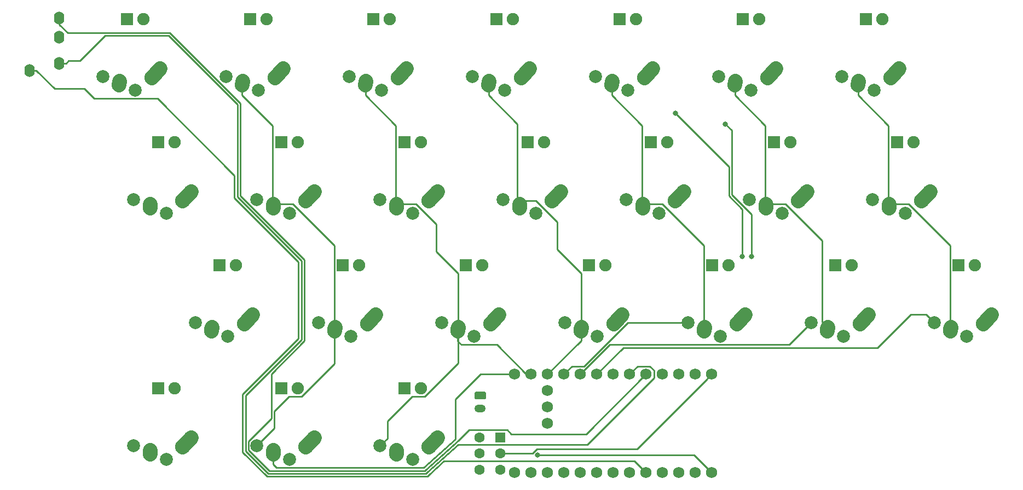
<source format=gtl>
G04 #@! TF.GenerationSoftware,KiCad,Pcbnew,(5.1.4)-1*
G04 #@! TF.CreationDate,2021-01-05T09:43:52-08:00*
G04 #@! TF.ProjectId,andante-classic,616e6461-6e74-4652-9d63-6c6173736963,rev?*
G04 #@! TF.SameCoordinates,Original*
G04 #@! TF.FileFunction,Copper,L1,Top*
G04 #@! TF.FilePolarity,Positive*
%FSLAX46Y46*%
G04 Gerber Fmt 4.6, Leading zero omitted, Abs format (unit mm)*
G04 Created by KiCad (PCBNEW (5.1.4)-1) date 2021-01-05 09:43:52*
%MOMM*%
%LPD*%
G04 APERTURE LIST*
%ADD10R,1.905000X1.905000*%
%ADD11C,1.905000*%
%ADD12C,2.000000*%
%ADD13C,2.250000*%
%ADD14C,2.250000*%
%ADD15O,1.750000X1.200000*%
%ADD16C,0.100000*%
%ADD17C,1.200000*%
%ADD18C,1.752600*%
%ADD19O,1.600000X2.000000*%
%ADD20C,1.600000*%
%ADD21R,1.600000X1.600000*%
%ADD22C,0.800000*%
%ADD23C,0.250000*%
G04 APERTURE END LIST*
D10*
X240426875Y-61595000D03*
D11*
X242966875Y-61595000D03*
D12*
X241696875Y-72575000D03*
X236696875Y-70475000D03*
D13*
X244196875Y-70675000D03*
X244851880Y-69945004D03*
D14*
X245506875Y-69215000D02*
X244196885Y-70675008D01*
D13*
X239156875Y-71755000D03*
X239177104Y-71465016D03*
D14*
X239196875Y-71175000D02*
X239157333Y-71755032D01*
D10*
X259476875Y-61595000D03*
D11*
X262016875Y-61595000D03*
D12*
X260746875Y-72575000D03*
X255746875Y-70475000D03*
D13*
X263246875Y-70675000D03*
X263901880Y-69945004D03*
D14*
X264556875Y-69215000D02*
X263246885Y-70675008D01*
D13*
X258206875Y-71755000D03*
X258227104Y-71465016D03*
D14*
X258246875Y-71175000D02*
X258207333Y-71755032D01*
D10*
X202326875Y-61595000D03*
D11*
X204866875Y-61595000D03*
D12*
X203596875Y-72575000D03*
X198596875Y-70475000D03*
D13*
X206096875Y-70675000D03*
X206751880Y-69945004D03*
D14*
X207406875Y-69215000D02*
X206096885Y-70675008D01*
D13*
X201056875Y-71755000D03*
X201077104Y-71465016D03*
D14*
X201096875Y-71175000D02*
X201057333Y-71755032D01*
D10*
X207089375Y-23495000D03*
D11*
X209629375Y-23495000D03*
D12*
X208359375Y-34475000D03*
X203359375Y-32375000D03*
D13*
X210859375Y-32575000D03*
X211514380Y-31845004D03*
D14*
X212169375Y-31115000D02*
X210859385Y-32575008D01*
D13*
X205819375Y-33655000D03*
X205839604Y-33365016D03*
D14*
X205859375Y-33075000D02*
X205819833Y-33655032D01*
D10*
X188039375Y-23495000D03*
D11*
X190579375Y-23495000D03*
D12*
X189309375Y-34475000D03*
X184309375Y-32375000D03*
D13*
X191809375Y-32575000D03*
X192464380Y-31845004D03*
D14*
X193119375Y-31115000D02*
X191809385Y-32575008D01*
D13*
X186769375Y-33655000D03*
X186789604Y-33365016D03*
D14*
X186809375Y-33075000D02*
X186769833Y-33655032D01*
D10*
X288051875Y-42545000D03*
D11*
X290591875Y-42545000D03*
D12*
X289321875Y-53525000D03*
X284321875Y-51425000D03*
D13*
X291821875Y-51625000D03*
X292476880Y-50895004D03*
D14*
X293131875Y-50165000D02*
X291821885Y-51625008D01*
D13*
X286781875Y-52705000D03*
X286802104Y-52415016D03*
D14*
X286821875Y-52125000D02*
X286782333Y-52705032D01*
D10*
X230901875Y-42545000D03*
D11*
X233441875Y-42545000D03*
D12*
X232171875Y-53525000D03*
X227171875Y-51425000D03*
D13*
X234671875Y-51625000D03*
X235326880Y-50895004D03*
D14*
X235981875Y-50165000D02*
X234671885Y-51625008D01*
D13*
X229631875Y-52705000D03*
X229652104Y-52415016D03*
D14*
X229671875Y-52125000D02*
X229632333Y-52705032D01*
D10*
X269001875Y-42545000D03*
D11*
X271541875Y-42545000D03*
D12*
X270271875Y-53525000D03*
X265271875Y-51425000D03*
D13*
X272771875Y-51625000D03*
X273426880Y-50895004D03*
D14*
X274081875Y-50165000D02*
X272771885Y-51625008D01*
D13*
X267731875Y-52705000D03*
X267752104Y-52415016D03*
D14*
X267771875Y-52125000D02*
X267732333Y-52705032D01*
D10*
X211851875Y-42545000D03*
D11*
X214391875Y-42545000D03*
D12*
X213121875Y-53525000D03*
X208121875Y-51425000D03*
D13*
X215621875Y-51625000D03*
X216276880Y-50895004D03*
D14*
X216931875Y-50165000D02*
X215621885Y-51625008D01*
D13*
X210581875Y-52705000D03*
X210602104Y-52415016D03*
D14*
X210621875Y-52125000D02*
X210582333Y-52705032D01*
D15*
X223610000Y-83760000D03*
D16*
G36*
X224259505Y-81161204D02*
G01*
X224283773Y-81164804D01*
X224307572Y-81170765D01*
X224330671Y-81179030D01*
X224352850Y-81189520D01*
X224373893Y-81202132D01*
X224393599Y-81216747D01*
X224411777Y-81233223D01*
X224428253Y-81251401D01*
X224442868Y-81271107D01*
X224455480Y-81292150D01*
X224465970Y-81314329D01*
X224474235Y-81337428D01*
X224480196Y-81361227D01*
X224483796Y-81385495D01*
X224485000Y-81409999D01*
X224485000Y-82110001D01*
X224483796Y-82134505D01*
X224480196Y-82158773D01*
X224474235Y-82182572D01*
X224465970Y-82205671D01*
X224455480Y-82227850D01*
X224442868Y-82248893D01*
X224428253Y-82268599D01*
X224411777Y-82286777D01*
X224393599Y-82303253D01*
X224373893Y-82317868D01*
X224352850Y-82330480D01*
X224330671Y-82340970D01*
X224307572Y-82349235D01*
X224283773Y-82355196D01*
X224259505Y-82358796D01*
X224235001Y-82360000D01*
X222984999Y-82360000D01*
X222960495Y-82358796D01*
X222936227Y-82355196D01*
X222912428Y-82349235D01*
X222889329Y-82340970D01*
X222867150Y-82330480D01*
X222846107Y-82317868D01*
X222826401Y-82303253D01*
X222808223Y-82286777D01*
X222791747Y-82268599D01*
X222777132Y-82248893D01*
X222764520Y-82227850D01*
X222754030Y-82205671D01*
X222745765Y-82182572D01*
X222739804Y-82158773D01*
X222736204Y-82134505D01*
X222735000Y-82110001D01*
X222735000Y-81409999D01*
X222736204Y-81385495D01*
X222739804Y-81361227D01*
X222745765Y-81337428D01*
X222754030Y-81314329D01*
X222764520Y-81292150D01*
X222777132Y-81271107D01*
X222791747Y-81251401D01*
X222808223Y-81233223D01*
X222826401Y-81216747D01*
X222846107Y-81202132D01*
X222867150Y-81189520D01*
X222889329Y-81179030D01*
X222912428Y-81170765D01*
X222936227Y-81164804D01*
X222960495Y-81161204D01*
X222984999Y-81160000D01*
X224235001Y-81160000D01*
X224259505Y-81161204D01*
X224259505Y-81161204D01*
G37*
D17*
X223610000Y-81760000D03*
D10*
X283289375Y-23495000D03*
D11*
X285829375Y-23495000D03*
D12*
X284559375Y-34475000D03*
X279559375Y-32375000D03*
D13*
X287059375Y-32575000D03*
X287714380Y-31845004D03*
D14*
X288369375Y-31115000D02*
X287059385Y-32575008D01*
D13*
X282019375Y-33655000D03*
X282039604Y-33365016D03*
D14*
X282059375Y-33075000D02*
X282019833Y-33655032D01*
D10*
X264239375Y-23495000D03*
D11*
X266779375Y-23495000D03*
D12*
X265509375Y-34475000D03*
X260509375Y-32375000D03*
D13*
X268009375Y-32575000D03*
X268664380Y-31845004D03*
D14*
X269319375Y-31115000D02*
X268009385Y-32575008D01*
D13*
X262969375Y-33655000D03*
X262989604Y-33365016D03*
D14*
X263009375Y-33075000D02*
X262969833Y-33655032D01*
D10*
X245189375Y-23495000D03*
D11*
X247729375Y-23495000D03*
D12*
X246459375Y-34475000D03*
X241459375Y-32375000D03*
D13*
X248959375Y-32575000D03*
X249614380Y-31845004D03*
D14*
X250269375Y-31115000D02*
X248959385Y-32575008D01*
D13*
X243919375Y-33655000D03*
X243939604Y-33365016D03*
D14*
X243959375Y-33075000D02*
X243919833Y-33655032D01*
D10*
X226139375Y-23495000D03*
D11*
X228679375Y-23495000D03*
D12*
X227409375Y-34475000D03*
X222409375Y-32375000D03*
D13*
X229909375Y-32575000D03*
X230564380Y-31845004D03*
D14*
X231219375Y-31115000D02*
X229909385Y-32575008D01*
D13*
X224869375Y-33655000D03*
X224889604Y-33365016D03*
D14*
X224909375Y-33075000D02*
X224869833Y-33655032D01*
D10*
X249951875Y-42545000D03*
D11*
X252491875Y-42545000D03*
D12*
X251221875Y-53525000D03*
X246221875Y-51425000D03*
D13*
X253721875Y-51625000D03*
X254376880Y-50895004D03*
D14*
X255031875Y-50165000D02*
X253721885Y-51625008D01*
D13*
X248681875Y-52705000D03*
X248702104Y-52415016D03*
D14*
X248721875Y-52125000D02*
X248682333Y-52705032D01*
D10*
X221376875Y-61595000D03*
D11*
X223916875Y-61595000D03*
D12*
X222646875Y-72575000D03*
X217646875Y-70475000D03*
D13*
X225146875Y-70675000D03*
X225801880Y-69945004D03*
D14*
X226456875Y-69215000D02*
X225146885Y-70675008D01*
D13*
X220106875Y-71755000D03*
X220127104Y-71465016D03*
D14*
X220146875Y-71175000D02*
X220107333Y-71755032D01*
D10*
X192801875Y-42545000D03*
D11*
X195341875Y-42545000D03*
D12*
X194071875Y-53525000D03*
X189071875Y-51425000D03*
D13*
X196571875Y-51625000D03*
X197226880Y-50895004D03*
D14*
X197881875Y-50165000D02*
X196571885Y-51625008D01*
D13*
X191531875Y-52705000D03*
X191552104Y-52415016D03*
D14*
X191571875Y-52125000D02*
X191532333Y-52705032D01*
D10*
X192801875Y-80645000D03*
D11*
X195341875Y-80645000D03*
D12*
X194071875Y-91625000D03*
X189071875Y-89525000D03*
D13*
X196571875Y-89725000D03*
X197226880Y-88995004D03*
D14*
X197881875Y-88265000D02*
X196571885Y-89725008D01*
D13*
X191531875Y-90805000D03*
X191552104Y-90515016D03*
D14*
X191571875Y-90225000D02*
X191532333Y-90805032D01*
D10*
X183276875Y-61595000D03*
D11*
X185816875Y-61595000D03*
D12*
X184546875Y-72575000D03*
X179546875Y-70475000D03*
D13*
X187046875Y-70675000D03*
X187701880Y-69945004D03*
D14*
X188356875Y-69215000D02*
X187046885Y-70675008D01*
D13*
X182006875Y-71755000D03*
X182027104Y-71465016D03*
D14*
X182046875Y-71175000D02*
X182007333Y-71755032D01*
D10*
X173751875Y-42545000D03*
D11*
X176291875Y-42545000D03*
D12*
X175021875Y-53525000D03*
X170021875Y-51425000D03*
D13*
X177521875Y-51625000D03*
X178176880Y-50895004D03*
D14*
X178831875Y-50165000D02*
X177521885Y-51625008D01*
D13*
X172481875Y-52705000D03*
X172502104Y-52415016D03*
D14*
X172521875Y-52125000D02*
X172482333Y-52705032D01*
D18*
X256880000Y-78460000D03*
X254340000Y-78460000D03*
X251800000Y-78460000D03*
X249260000Y-78460000D03*
X246720000Y-78460000D03*
X244180000Y-78460000D03*
X241640000Y-78460000D03*
X239100000Y-78460000D03*
X236560000Y-78460000D03*
X234020000Y-78460000D03*
X231480000Y-78460000D03*
X228940000Y-93700000D03*
X231480000Y-93700000D03*
X234020000Y-93700000D03*
X236560000Y-93700000D03*
X239100000Y-93700000D03*
X241640000Y-93700000D03*
X244180000Y-93700000D03*
X246720000Y-93700000D03*
X249260000Y-93700000D03*
X251800000Y-93700000D03*
X254340000Y-93700000D03*
X228940000Y-78460000D03*
X256880000Y-93700000D03*
X259420000Y-93700000D03*
X259420000Y-78460000D03*
X234020000Y-81000000D03*
X234020000Y-83540000D03*
X234020000Y-86080000D03*
D19*
X158490000Y-26310000D03*
X158490000Y-23310000D03*
X158490000Y-30310000D03*
X153890000Y-31410000D03*
D10*
X168989375Y-23495000D03*
D11*
X171529375Y-23495000D03*
D12*
X170259375Y-34475000D03*
X165259375Y-32375000D03*
D13*
X172759375Y-32575000D03*
X173414380Y-31845004D03*
D14*
X174069375Y-31115000D02*
X172759385Y-32575008D01*
D13*
X167719375Y-33655000D03*
X167739604Y-33365016D03*
D14*
X167759375Y-33075000D02*
X167719833Y-33655032D01*
D10*
X173751875Y-80645000D03*
D11*
X176291875Y-80645000D03*
D12*
X175021875Y-91625000D03*
X170021875Y-89525000D03*
D13*
X177521875Y-89725000D03*
X178176880Y-88995004D03*
D14*
X178831875Y-88265000D02*
X177521885Y-89725008D01*
D13*
X172481875Y-90805000D03*
X172502104Y-90515016D03*
D14*
X172521875Y-90225000D02*
X172482333Y-90805032D01*
D20*
X223520000Y-93220000D03*
X223520000Y-90720000D03*
X223520000Y-88220000D03*
X226720000Y-93220000D03*
X226720000Y-90720000D03*
D21*
X226720000Y-88220000D03*
D10*
X211851875Y-80645000D03*
D11*
X214391875Y-80645000D03*
D12*
X213121875Y-91625000D03*
X208121875Y-89525000D03*
D13*
X215621875Y-89725000D03*
X216276880Y-88995004D03*
D14*
X216931875Y-88265000D02*
X215621885Y-89725008D01*
D13*
X210581875Y-90805000D03*
X210602104Y-90515016D03*
D14*
X210621875Y-90225000D02*
X210582333Y-90805032D01*
D10*
X297576875Y-61595000D03*
D11*
X300116875Y-61595000D03*
D12*
X298846875Y-72575000D03*
X293846875Y-70475000D03*
D13*
X301346875Y-70675000D03*
X302001880Y-69945004D03*
D14*
X302656875Y-69215000D02*
X301346885Y-70675008D01*
D13*
X296306875Y-71755000D03*
X296327104Y-71465016D03*
D14*
X296346875Y-71175000D02*
X296307333Y-71755032D01*
D10*
X278526875Y-61595000D03*
D11*
X281066875Y-61595000D03*
D12*
X279796875Y-72575000D03*
X274796875Y-70475000D03*
D13*
X282296875Y-70675000D03*
X282951880Y-69945004D03*
D14*
X283606875Y-69215000D02*
X282296885Y-70675008D01*
D13*
X277256875Y-71755000D03*
X277277104Y-71465016D03*
D14*
X277296875Y-71175000D02*
X277257333Y-71755032D01*
D22*
X232500000Y-90990000D03*
X253790000Y-38060000D03*
X264160000Y-60210000D03*
X261530000Y-39710000D03*
X265600000Y-60240000D03*
D23*
X256710000Y-90990000D02*
X259420000Y-93700000D01*
X232500000Y-90990000D02*
X256710000Y-90990000D01*
X214860001Y-92950001D02*
X192085886Y-92950001D01*
X191571875Y-52125000D02*
X191524374Y-52077499D01*
X191571875Y-92435990D02*
X191571875Y-90225000D01*
X228940000Y-78460000D02*
X223690873Y-78460000D01*
X219796876Y-82353997D02*
X219796876Y-88503124D01*
X191524374Y-52077499D02*
X191524374Y-40000989D01*
X223690873Y-78460000D02*
X219796876Y-82353997D01*
X192085886Y-92950001D02*
X191571875Y-92435990D01*
X219796876Y-88503124D02*
X214860001Y-92950001D01*
X194632877Y-52125000D02*
X191571875Y-52125000D01*
X186769375Y-35245990D02*
X186769375Y-33655000D01*
X191524374Y-40000989D02*
X186769375Y-35245990D01*
X201096875Y-71175000D02*
X201049374Y-71127499D01*
X201049374Y-71127499D02*
X201049374Y-58541497D01*
X201049374Y-58541497D02*
X194632877Y-52125000D01*
X189071875Y-89525000D02*
X191752974Y-86843901D01*
X191752974Y-86843901D02*
X191752974Y-84183903D01*
X191752974Y-84183903D02*
X194014376Y-81922501D01*
X194014376Y-81922501D02*
X195955076Y-81922501D01*
X195955076Y-81922501D02*
X201056875Y-76820702D01*
X201056875Y-76820702D02*
X201056875Y-73345990D01*
X201056875Y-73345990D02*
X201056875Y-71755000D01*
X209241876Y-88404999D02*
X209241876Y-85745001D01*
X220146875Y-76780702D02*
X220146875Y-71175000D01*
X226157927Y-73900001D02*
X220660886Y-73900001D01*
X205859375Y-35285990D02*
X205859375Y-33075000D01*
X209241876Y-85745001D02*
X213064376Y-81922501D01*
X215005076Y-81922501D02*
X220146875Y-76780702D01*
X208121875Y-89525000D02*
X209241876Y-88404999D01*
X230717926Y-78460000D02*
X226157927Y-73900001D01*
X220660886Y-73900001D02*
X220106875Y-73345990D01*
X220146875Y-71175000D02*
X220146875Y-62855002D01*
X216760000Y-59468127D02*
X216760000Y-55202123D01*
X210621875Y-52125000D02*
X210574374Y-52077499D01*
X213682877Y-52125000D02*
X210621875Y-52125000D01*
X231480000Y-78460000D02*
X230717926Y-78460000D01*
X213064376Y-81922501D02*
X215005076Y-81922501D01*
X210574374Y-40000989D02*
X205859375Y-35285990D01*
X210574374Y-52077499D02*
X210574374Y-40000989D01*
X220106875Y-73345990D02*
X220106875Y-71755000D01*
X220146875Y-62855002D02*
X216760000Y-59468127D01*
X216760000Y-55202123D02*
X213682877Y-52125000D01*
X239196875Y-73283125D02*
X239196875Y-71175000D01*
X229671875Y-52125000D02*
X229360000Y-51813125D01*
X235500000Y-54892123D02*
X232187878Y-51580001D01*
X232187878Y-51580001D02*
X230756874Y-51580001D01*
X224909375Y-35285990D02*
X224909375Y-33075000D01*
X229360000Y-51813125D02*
X229360000Y-39736615D01*
X229360000Y-39736615D02*
X224909375Y-35285990D01*
X239196875Y-71175000D02*
X239196875Y-62855002D01*
X239196875Y-62855002D02*
X235500000Y-59158127D01*
X235500000Y-59158127D02*
X235500000Y-54892123D01*
X230756874Y-51580001D02*
X229631875Y-52705000D01*
X234020000Y-78460000D02*
X239196875Y-73283125D01*
X236560000Y-78460000D02*
X237761301Y-77258699D01*
X248674374Y-52077499D02*
X248674374Y-40000989D01*
X248674374Y-40000989D02*
X243959375Y-35285990D01*
X246448590Y-70475000D02*
X254332662Y-70475000D01*
X237761301Y-77258699D02*
X239664891Y-77258699D01*
X239664891Y-77258699D02*
X246448590Y-70475000D01*
X254332662Y-70475000D02*
X255746875Y-70475000D01*
X243959375Y-35285990D02*
X243959375Y-33075000D01*
X258246875Y-71175000D02*
X258199374Y-71127499D01*
X258199374Y-71127499D02*
X258199374Y-58541497D01*
X258199374Y-58541497D02*
X251782877Y-52125000D01*
X251782877Y-52125000D02*
X248721875Y-52125000D01*
X248721875Y-52125000D02*
X248674374Y-52077499D01*
X239100000Y-78460000D02*
X243659999Y-73900001D01*
X263009375Y-35285990D02*
X263009375Y-33075000D01*
X243659999Y-73900001D02*
X271371874Y-73900001D01*
X271371874Y-73900001D02*
X273796876Y-71474999D01*
X273796876Y-71474999D02*
X274796875Y-70475000D01*
X277296875Y-71175000D02*
X276500000Y-70378125D01*
X276500000Y-70378125D02*
X276500000Y-57792123D01*
X276500000Y-57792123D02*
X270832877Y-52125000D01*
X267724374Y-40000989D02*
X263009375Y-35285990D01*
X270832877Y-52125000D02*
X267771875Y-52125000D01*
X267771875Y-52125000D02*
X267724374Y-52077499D01*
X267724374Y-52077499D02*
X267724374Y-40000989D01*
X296299374Y-58541497D02*
X289882877Y-52125000D01*
X296346875Y-71175000D02*
X296299374Y-71127499D01*
X296299374Y-71127499D02*
X296299374Y-58541497D01*
X245749989Y-74350011D02*
X285047516Y-74350011D01*
X292846876Y-69475001D02*
X293846875Y-70475000D01*
X285047516Y-74350011D02*
X290193755Y-69203772D01*
X286821875Y-52125000D02*
X286774374Y-52077499D01*
X286774374Y-40000989D02*
X282059375Y-35285990D01*
X241640000Y-78460000D02*
X245749989Y-74350011D01*
X292575647Y-69203772D02*
X292846876Y-69475001D01*
X286774374Y-52077499D02*
X286774374Y-40000989D01*
X282059375Y-35285990D02*
X282059375Y-33075000D01*
X290193755Y-69203772D02*
X292575647Y-69203772D01*
X289882877Y-52125000D02*
X286821875Y-52125000D01*
X231696998Y-90720000D02*
X232371989Y-90045009D01*
X226720000Y-90720000D02*
X231696998Y-90720000D01*
X247834991Y-90045009D02*
X258543701Y-79336299D01*
X232371989Y-90045009D02*
X247834991Y-90045009D01*
X258543701Y-79336299D02*
X259420000Y-78460000D01*
X264160000Y-52910537D02*
X262079990Y-50830527D01*
X262079990Y-50830527D02*
X262079990Y-46349990D01*
X262079990Y-46349990D02*
X253790000Y-38060000D01*
X264160000Y-60210000D02*
X264160000Y-52910537D01*
X265600000Y-53714127D02*
X262530000Y-50644127D01*
X265600000Y-60240000D02*
X265600000Y-53714127D01*
X262530000Y-50644127D02*
X262530000Y-40710000D01*
X262530000Y-40710000D02*
X261530000Y-39710000D01*
X187746874Y-90161001D02*
X187746874Y-88888999D01*
X187746874Y-88888999D02*
X191302964Y-85332909D01*
X191302964Y-85332909D02*
X191302964Y-78407036D01*
X215169912Y-93276500D02*
X215046401Y-93400011D01*
X215046401Y-93400011D02*
X190985884Y-93400011D01*
X196400000Y-73310000D02*
X196400000Y-60714127D01*
X161269560Y-25599560D02*
X159788264Y-25599560D01*
X249260000Y-78460000D02*
X240010000Y-87710000D01*
X175572933Y-25599560D02*
X161269560Y-25599560D01*
X159791884Y-25599560D02*
X161269560Y-25599560D01*
X220236552Y-88712737D02*
X215169912Y-93276500D01*
X190985884Y-93400011D02*
X187746874Y-90161001D01*
X228395002Y-87710000D02*
X227780001Y-87094999D01*
X158490000Y-24297676D02*
X159791884Y-25599560D01*
X227780001Y-87094999D02*
X221854290Y-87094999D01*
X158490000Y-23310000D02*
X158490000Y-24297676D01*
X196400000Y-60714127D02*
X186480000Y-50794127D01*
X221854290Y-87094999D02*
X220236552Y-88712737D01*
X240010000Y-87710000D02*
X228395002Y-87710000D01*
X186480000Y-36506627D02*
X175572933Y-25599560D01*
X186480000Y-50794127D02*
X186480000Y-36506627D01*
X191302964Y-78407036D02*
X196400000Y-73310000D01*
X195949990Y-60900527D02*
X186029990Y-50980527D01*
X186029990Y-50980527D02*
X186029990Y-36693027D01*
X240152925Y-89345001D02*
X220207006Y-89345001D01*
X195949990Y-73123600D02*
X195949990Y-60900527D01*
X190799483Y-93850020D02*
X187296864Y-90347401D01*
X250461301Y-77883375D02*
X250461301Y-79036625D01*
X187296864Y-90347401D02*
X187296864Y-81776726D01*
X187296864Y-81776726D02*
X195949990Y-73123600D01*
X220207006Y-89345001D02*
X215479823Y-93602999D01*
X159911998Y-29938002D02*
X159540000Y-30310000D01*
X215479823Y-93602999D02*
X215232801Y-93850021D01*
X165545803Y-26049570D02*
X161657371Y-29938002D01*
X175386533Y-26049570D02*
X165545803Y-26049570D01*
X247921301Y-77258699D02*
X249836625Y-77258699D01*
X215232801Y-93850021D02*
X190799483Y-93850020D01*
X246720000Y-78460000D02*
X247921301Y-77258699D01*
X186029990Y-36693027D02*
X175386533Y-26049570D01*
X159540000Y-30310000D02*
X158490000Y-30310000D01*
X249836625Y-77258699D02*
X250461301Y-77883375D01*
X250461301Y-79036625D02*
X240152925Y-89345001D01*
X161657371Y-29938002D02*
X159911998Y-29938002D01*
X215789734Y-93929498D02*
X215419200Y-94300030D01*
X173689878Y-35800001D02*
X163860001Y-35800001D01*
X215419200Y-94300030D02*
X190613082Y-94300029D01*
X163860001Y-35800001D02*
X162326226Y-34266226D01*
X162326226Y-34266226D02*
X157796226Y-34266226D01*
X154940000Y-31410000D02*
X153890000Y-31410000D01*
X157796226Y-34266226D02*
X154940000Y-31410000D01*
X195499980Y-72937200D02*
X195499980Y-61086927D01*
X190613082Y-94300029D02*
X186846854Y-90533801D01*
X218009555Y-91930000D02*
X215789734Y-93929498D01*
X195499980Y-61086927D02*
X185579980Y-51166927D01*
X186846855Y-81590325D02*
X195499980Y-72937200D01*
X185579980Y-51166927D02*
X185579980Y-47690103D01*
X185579980Y-47690103D02*
X173689878Y-35800001D01*
X247490000Y-91930000D02*
X218009555Y-91930000D01*
X249260000Y-93700000D02*
X247490000Y-91930000D01*
X186846854Y-90533801D02*
X186846855Y-81590325D01*
M02*

</source>
